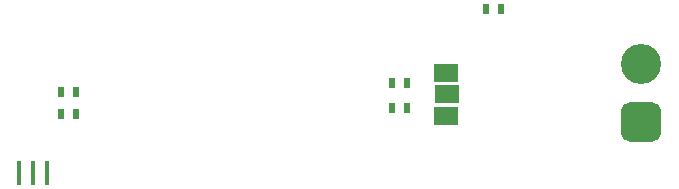
<source format=gtp>
G04*
G04 #@! TF.GenerationSoftware,Altium Limited,Altium Designer,21.4.1 (30)*
G04*
G04 Layer_Color=8421504*
%FSLAX44Y44*%
%MOMM*%
G71*
G04*
G04 #@! TF.SameCoordinates,BDAD26CE-3B89-4697-9247-DFE5EB3C9538*
G04*
G04*
G04 #@! TF.FilePolarity,Positive*
G04*
G01*
G75*
G04:AMPARAMS|DCode=22|XSize=3.4mm|YSize=3.4mm|CornerRadius=0.85mm|HoleSize=0mm|Usage=FLASHONLY|Rotation=0.000|XOffset=0mm|YOffset=0mm|HoleType=Round|Shape=RoundedRectangle|*
%AMROUNDEDRECTD22*
21,1,3.4000,1.7000,0,0,0.0*
21,1,1.7000,3.4000,0,0,0.0*
1,1,1.7000,0.8500,-0.8500*
1,1,1.7000,-0.8500,-0.8500*
1,1,1.7000,-0.8500,0.8500*
1,1,1.7000,0.8500,0.8500*
%
%ADD22ROUNDEDRECTD22*%
%ADD23C,3.4000*%
%ADD24R,0.6000X0.8500*%
%ADD25R,0.4000X2.0000*%
%ADD26R,2.0000X1.5000*%
D22*
X1307084Y984526D02*
D03*
D23*
Y1033526D02*
D03*
D24*
X816484Y1010412D02*
D03*
X828928D02*
D03*
X816484Y991870D02*
D03*
X828928D02*
D03*
X1175993Y1080008D02*
D03*
X1188437D02*
D03*
X1096646Y996188D02*
D03*
X1109090D02*
D03*
X1096646Y1017524D02*
D03*
X1109090D02*
D03*
D25*
X804226Y941832D02*
D03*
X792226D02*
D03*
X780226D02*
D03*
D26*
X1142746Y1008033D02*
D03*
X1142492Y1026321D02*
D03*
Y989491D02*
D03*
M02*

</source>
